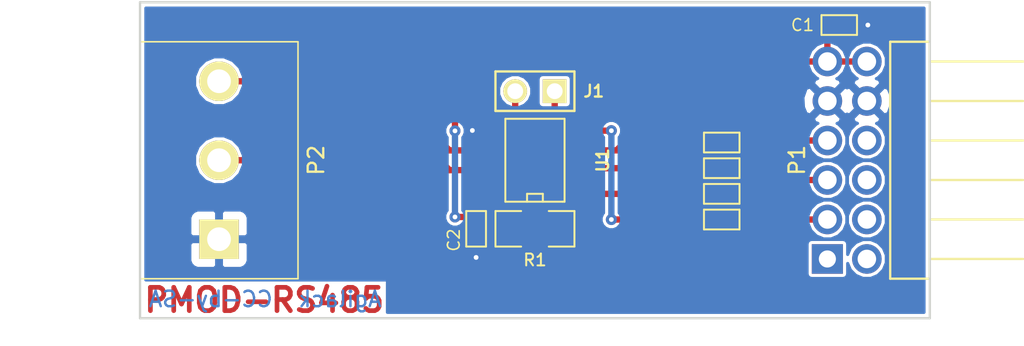
<source format=kicad_pcb>
(kicad_pcb (version 4) (host pcbnew 4.0.2+dfsg1-stable)

  (general
    (links 26)
    (no_connects 0)
    (area 113.729501 94.764999 180.164801 118.917701)
    (thickness 1.6)
    (drawings 9)
    (tracks 94)
    (zones 0)
    (modules 11)
    (nets 14)
  )

  (page A4)
  (title_block
    (company Agilack)
  )

  (layers
    (0 F.Cu signal)
    (31 B.Cu signal)
    (32 B.Adhes user)
    (33 F.Adhes user)
    (34 B.Paste user)
    (35 F.Paste user)
    (36 B.SilkS user)
    (37 F.SilkS user)
    (38 B.Mask user)
    (39 F.Mask user)
    (40 Dwgs.User user)
    (41 Cmts.User user)
    (42 Eco1.User user)
    (43 Eco2.User user)
    (44 Edge.Cuts user)
    (45 Margin user)
    (46 B.CrtYd user)
    (47 F.CrtYd user)
    (48 B.Fab user)
    (49 F.Fab user)
  )

  (setup
    (last_trace_width 0.25)
    (user_trace_width 0.2032)
    (user_trace_width 0.3048)
    (user_trace_width 0.4064)
    (trace_clearance 0.2)
    (zone_clearance 0.2)
    (zone_45_only no)
    (trace_min 0.2)
    (segment_width 0.2)
    (edge_width 0.15)
    (via_size 0.6)
    (via_drill 0.4)
    (via_min_size 0.4)
    (via_min_drill 0.3)
    (user_via 0.7112 0.3048)
    (uvia_size 0.3)
    (uvia_drill 0.1)
    (uvias_allowed no)
    (uvia_min_size 0.2)
    (uvia_min_drill 0.1)
    (pcb_text_width 0.3)
    (pcb_text_size 1.5 1.5)
    (mod_edge_width 0.15)
    (mod_text_size 1 1)
    (mod_text_width 0.15)
    (pad_size 1.9 1.9)
    (pad_drill 1.19)
    (pad_to_mask_clearance 0.2)
    (aux_axis_origin 0 0)
    (visible_elements FFFFFFFF)
    (pcbplotparams
      (layerselection 0x010ec_80000001)
      (usegerberextensions true)
      (excludeedgelayer true)
      (linewidth 0.100000)
      (plotframeref false)
      (viasonmask false)
      (mode 1)
      (useauxorigin false)
      (hpglpennumber 1)
      (hpglpenspeed 20)
      (hpglpendiameter 15)
      (hpglpenoverlay 2)
      (psnegative false)
      (psa4output false)
      (plotreference true)
      (plotvalue true)
      (plotinvisibletext false)
      (padsonsilk false)
      (subtractmaskfromsilk true)
      (outputformat 1)
      (mirror false)
      (drillshape 0)
      (scaleselection 1)
      (outputdirectory ../prod/))
  )

  (net 0 "")
  (net 1 GND)
  (net 2 "Net-(P1-Pad7)")
  (net 3 "Net-(P1-Pad8)")
  (net 4 "Net-(P1-Pad9)")
  (net 5 "Net-(P1-Pad10)")
  (net 6 +3.3V)
  (net 7 "Net-(J1-Pad1)")
  (net 8 /RS485_A)
  (net 9 /RS485_B)
  (net 10 PMOD_SS)
  (net 11 PMOD_TX)
  (net 12 PMOD_RX)
  (net 13 PMOD_CLK)

  (net_class Default "This is the default net class."
    (clearance 0.2)
    (trace_width 0.25)
    (via_dia 0.6)
    (via_drill 0.4)
    (uvia_dia 0.3)
    (uvia_drill 0.1)
    (add_net +3.3V)
    (add_net /RS485_A)
    (add_net /RS485_B)
    (add_net GND)
    (add_net "Net-(J1-Pad1)")
    (add_net "Net-(P1-Pad10)")
    (add_net "Net-(P1-Pad7)")
    (add_net "Net-(P1-Pad8)")
    (add_net "Net-(P1-Pad9)")
    (add_net PMOD_CLK)
    (add_net PMOD_RX)
    (add_net PMOD_SS)
    (add_net PMOD_TX)
  )

  (module cowstick:SMD0603 (layer F.Cu) (tedit 59520631) (tstamp 59504B68)
    (at 168.0718 96.3041)
    (path /5950EA69)
    (attr smd)
    (fp_text reference C1 (at -2.3622 0) (layer F.SilkS)
      (effects (font (size 0.762 0.762) (thickness 0.1016)))
    )
    (fp_text value 1uF (at 0 0) (layer F.SilkS) hide
      (effects (font (size 0.20066 0.20066) (thickness 0.0508)))
    )
    (fp_line (start -1.143 -0.635) (end 1.143 -0.635) (layer F.SilkS) (width 0.127))
    (fp_line (start 1.143 -0.635) (end 1.143 0.635) (layer F.SilkS) (width 0.127))
    (fp_line (start 1.143 0.635) (end -1.143 0.635) (layer F.SilkS) (width 0.127))
    (fp_line (start -1.143 0.635) (end -1.143 -0.635) (layer F.SilkS) (width 0.127))
    (pad 1 smd rect (at -0.762 0) (size 0.635 1.143) (layers F.Cu F.Paste F.Mask)
      (net 6 +3.3V))
    (pad 2 smd rect (at 0.762 0) (size 0.635 1.143) (layers F.Cu F.Paste F.Mask)
      (net 1 GND))
    (model smd/chip_cms.wrl
      (at (xyz 0 0 0))
      (scale (xyz 0.08 0.08 0.08))
      (rotate (xyz 0 0 0))
    )
  )

  (module pmod-rs232:CONN_PMOD-Male locked (layer F.Cu) (tedit 5950C8DB) (tstamp 594FB047)
    (at 169.8498 105 270)
    (path /5950D53A)
    (fp_text reference P1 (at 0 4.4958 270) (layer F.SilkS)
      (effects (font (size 1 1) (thickness 0.15)))
    )
    (fp_text value PMOD (at 0 -2.77 270) (layer F.Fab)
      (effects (font (size 1 1) (thickness 0.15)))
    )
    (fp_line (start 6.35 -10.04) (end 6.35 -4.04) (layer F.SilkS) (width 0.15))
    (fp_line (start 3.81 -10.04) (end 3.81 -4.04) (layer F.SilkS) (width 0.15))
    (fp_line (start 1.27 -10.04) (end 1.27 -4.04) (layer F.SilkS) (width 0.15))
    (fp_line (start -1.27 -10.04) (end -1.27 -4.04) (layer F.SilkS) (width 0.15))
    (fp_line (start -3.81 -10.04) (end -3.81 -4.04) (layer F.SilkS) (width 0.15))
    (fp_line (start -6.35 -10.04) (end -6.35 -4.04) (layer F.SilkS) (width 0.15))
    (fp_line (start -7.62 -1.5) (end 7.62 -1.5) (layer F.SilkS) (width 0.15))
    (fp_line (start 7.62 -1.5) (end 7.62 -4.04) (layer F.SilkS) (width 0.15))
    (fp_line (start 7.62 -4.04) (end -7.62 -4.04) (layer F.SilkS) (width 0.15))
    (fp_line (start -7.62 -1.5) (end -7.62 -4.04) (layer F.SilkS) (width 0.15))
    (pad 1 thru_hole rect (at 6.35 2.54 270) (size 1.9 2) (drill 1.1) (layers *.Cu *.Mask)
      (net 10 PMOD_SS))
    (pad 2 thru_hole circle (at 3.81 2.54 270) (size 1.9 1.9) (drill 1.19) (layers *.Cu *.Mask)
      (net 11 PMOD_TX))
    (pad 3 thru_hole circle (at 1.27 2.54 270) (size 1.9 1.9) (drill 1.19) (layers *.Cu *.Mask)
      (net 12 PMOD_RX))
    (pad 4 thru_hole circle (at -1.27 2.54 270) (size 1.9 1.9) (drill 1.19) (layers *.Cu *.Mask)
      (net 13 PMOD_CLK))
    (pad 5 thru_hole circle (at -3.81 2.54 270) (size 1.9 1.9) (drill 1.19) (layers *.Cu *.Mask)
      (net 1 GND))
    (pad 6 thru_hole circle (at -6.35 2.54 270) (size 1.9 1.9) (drill 1.19) (layers *.Cu *.Mask)
      (net 6 +3.3V))
    (pad 7 thru_hole circle (at 6.35 0 270) (size 1.9 1.9) (drill 1.19) (layers *.Cu *.Mask)
      (net 2 "Net-(P1-Pad7)"))
    (pad 8 thru_hole circle (at 3.81 0 270) (size 1.9 1.9) (drill 1.19) (layers *.Cu *.Mask)
      (net 3 "Net-(P1-Pad8)"))
    (pad 9 thru_hole circle (at 1.27 0 270) (size 1.9 1.9) (drill 1.19) (layers *.Cu *.Mask)
      (net 4 "Net-(P1-Pad9)"))
    (pad 10 thru_hole circle (at -1.27 0 270) (size 1.9 1.9) (drill 1.19) (layers *.Cu *.Mask)
      (net 5 "Net-(P1-Pad10)"))
    (pad 11 thru_hole circle (at -3.81 0 270) (size 1.9 1.9) (drill 1.19) (layers *.Cu *.Mask)
      (net 1 GND))
    (pad 12 thru_hole circle (at -6.35 0 270) (size 1.9 1.9) (drill 1.19) (layers *.Cu *.Mask)
      (net 6 +3.3V))
  )

  (module pmod-rs485:SMD0603 (layer F.Cu) (tedit 595205D8) (tstamp 59510ED3)
    (at 144.7165 109.4105 270)
    (path /5950F656)
    (attr smd)
    (fp_text reference C2 (at 0.7239 1.4351 270) (layer F.SilkS)
      (effects (font (size 0.762 0.762) (thickness 0.1016)))
    )
    (fp_text value 1uF (at 0 0 270) (layer F.SilkS) hide
      (effects (font (size 0.20066 0.20066) (thickness 0.0508)))
    )
    (fp_line (start -1.143 -0.635) (end 1.143 -0.635) (layer F.SilkS) (width 0.127))
    (fp_line (start 1.143 -0.635) (end 1.143 0.635) (layer F.SilkS) (width 0.127))
    (fp_line (start 1.143 0.635) (end -1.143 0.635) (layer F.SilkS) (width 0.127))
    (fp_line (start -1.143 0.635) (end -1.143 -0.635) (layer F.SilkS) (width 0.127))
    (pad 1 smd rect (at -0.762 0 270) (size 0.635 1.143) (layers F.Cu F.Paste F.Mask)
      (net 6 +3.3V))
    (pad 2 smd rect (at 0.762 0 270) (size 0.635 1.143) (layers F.Cu F.Paste F.Mask)
      (net 1 GND))
    (model smd/chip_cms.wrl
      (at (xyz 0 0 0))
      (scale (xyz 0.08 0.08 0.08))
      (rotate (xyz 0 0 0))
    )
  )

  (module pmod-rs485:CONN_2 (layer F.Cu) (tedit 5951025F) (tstamp 59510ED9)
    (at 148.5011 100.5586 180)
    (tags CONN)
    (path /5950E6B9)
    (fp_text reference J1 (at -3.7846 0 180) (layer F.SilkS)
      (effects (font (size 0.762 0.762) (thickness 0.1524)))
    )
    (fp_text value JUMPER (at 0 0 270) (layer F.SilkS) hide
      (effects (font (size 0.5 0.5) (thickness 0.1)))
    )
    (fp_line (start -2.54 1.27) (end -2.54 -1.27) (layer F.SilkS) (width 0.1524))
    (fp_line (start -2.54 -1.27) (end 2.54 -1.27) (layer F.SilkS) (width 0.1524))
    (fp_line (start 2.54 -1.27) (end 2.54 1.27) (layer F.SilkS) (width 0.1524))
    (fp_line (start 2.54 1.27) (end -2.54 1.27) (layer F.SilkS) (width 0.1524))
    (pad 1 thru_hole rect (at -1.27 0 180) (size 1.524 1.524) (drill 1.016) (layers *.Cu *.Mask F.SilkS)
      (net 7 "Net-(J1-Pad1)"))
    (pad 2 thru_hole circle (at 1.27 0 180) (size 1.524 1.524) (drill 1.016) (layers *.Cu *.Mask F.SilkS)
      (net 8 /RS485_A))
    (model pin_array/pins_array_2x1.wrl
      (at (xyz 0 0 0))
      (scale (xyz 1 1 1))
      (rotate (xyz 0 0 0))
    )
  )

  (module pmod-rs485:CONN_MC000035 locked (layer F.Cu) (tedit 595206D9) (tstamp 59510EE0)
    (at 128.1811 105 90)
    (tags CONN)
    (path /5950E269)
    (fp_text reference P2 (at 0 6.2484 90) (layer F.SilkS)
      (effects (font (size 1 1) (thickness 0.15)))
    )
    (fp_text value CONN_3 (at 0 -1.905 90) (layer F.SilkS) hide
      (effects (font (size 0.4064 0.4064) (thickness 0.1016)))
    )
    (fp_line (start -7.62 5.08) (end 7.62 5.08) (layer F.SilkS) (width 0.1016))
    (fp_line (start -7.62 -5.08) (end 7.62 -5.08) (layer F.SilkS) (width 0.1016))
    (fp_line (start -7.62 5.08) (end -7.62 -5.08) (layer F.SilkS) (width 0.1016))
    (fp_line (start 7.62 -5.08) (end 7.62 5.08) (layer F.SilkS) (width 0.1016))
    (pad 1 thru_hole rect (at -5.08 0 90) (size 2.54 2.54) (drill 1.524) (layers *.Cu *.Mask F.SilkS)
      (net 1 GND))
    (pad 3 thru_hole circle (at 5.08 0 90) (size 2.54 2.54) (drill 1.524) (layers *.Cu *.Mask F.SilkS)
      (net 8 /RS485_A))
    (pad 2 thru_hole circle (at 0 0 90) (size 2.54 2.54) (drill 1.524) (layers *.Cu *.Mask F.SilkS)
      (net 9 /RS485_B))
    (model res/mc000034.wrl
      (at (xyz 0 0 0))
      (scale (xyz 1 1 1))
      (rotate (xyz 0 0 0))
    )
  )

  (module pmod-rs485:SMD1206 (layer F.Cu) (tedit 595205E1) (tstamp 59510EE6)
    (at 148.5011 109.4105)
    (path /5950E6F4)
    (attr smd)
    (fp_text reference R1 (at 0 2.0066) (layer F.SilkS)
      (effects (font (size 0.762 0.762) (thickness 0.127)))
    )
    (fp_text value 120 (at 0 0) (layer F.SilkS) hide
      (effects (font (size 0.5 0.5) (thickness 0.125)))
    )
    (fp_line (start -2.54 -1.143) (end -2.54 1.143) (layer F.SilkS) (width 0.127))
    (fp_line (start -2.54 1.143) (end -0.889 1.143) (layer F.SilkS) (width 0.127))
    (fp_line (start 0.889 -1.143) (end 2.54 -1.143) (layer F.SilkS) (width 0.127))
    (fp_line (start 2.54 -1.143) (end 2.54 1.143) (layer F.SilkS) (width 0.127))
    (fp_line (start 2.54 1.143) (end 0.889 1.143) (layer F.SilkS) (width 0.127))
    (fp_line (start -0.889 -1.143) (end -2.54 -1.143) (layer F.SilkS) (width 0.127))
    (pad 1 smd rect (at -1.651 0) (size 1.524 2.032) (layers F.Cu F.Paste F.Mask)
      (net 9 /RS485_B))
    (pad 2 smd rect (at 1.651 0) (size 1.524 2.032) (layers F.Cu F.Paste F.Mask)
      (net 7 "Net-(J1-Pad1)"))
    (model smd/chip_cms.wrl
      (at (xyz 0 0 0))
      (scale (xyz 0.17 0.16 0.16))
      (rotate (xyz 0 0 0))
    )
  )

  (module pmod-rs485:SMD_SO8E (layer F.Cu) (tedit 595205C7) (tstamp 59510EF2)
    (at 148.5011 105 90)
    (tags "SMD SOIC")
    (path /5950E376)
    (attr smd)
    (fp_text reference U1 (at 0 4.3561 90) (layer F.SilkS)
      (effects (font (size 0.762 0.762) (thickness 0.1524)))
    )
    (fp_text value SN65HVD72 (at 0 0 180) (layer F.SilkS) hide
      (effects (font (size 0.4 0.4) (thickness 0.1)))
    )
    (fp_line (start -2.667 1.778) (end -2.667 1.905) (layer F.SilkS) (width 0.127))
    (fp_line (start -2.667 1.905) (end 2.667 1.905) (layer F.SilkS) (width 0.127))
    (fp_line (start 2.667 -1.905) (end -2.667 -1.905) (layer F.SilkS) (width 0.127))
    (fp_line (start -2.667 -1.905) (end -2.667 1.778) (layer F.SilkS) (width 0.127))
    (fp_line (start -2.667 -0.508) (end -2.159 -0.508) (layer F.SilkS) (width 0.127))
    (fp_line (start -2.159 -0.508) (end -2.159 0.508) (layer F.SilkS) (width 0.127))
    (fp_line (start -2.159 0.508) (end -2.667 0.508) (layer F.SilkS) (width 0.127))
    (fp_line (start 2.667 -1.905) (end 2.667 1.905) (layer F.SilkS) (width 0.127))
    (pad 8 smd rect (at -1.905 -2.667 90) (size 0.508 1.143) (layers F.Cu F.Paste F.Mask)
      (net 6 +3.3V))
    (pad 1 smd rect (at -1.905 2.667 90) (size 0.508 1.143) (layers F.Cu F.Paste F.Mask)
      (net 12 PMOD_RX))
    (pad 7 smd rect (at -0.635 -2.667 90) (size 0.508 1.143) (layers F.Cu F.Paste F.Mask)
      (net 9 /RS485_B))
    (pad 6 smd rect (at 0.635 -2.667 90) (size 0.508 1.143) (layers F.Cu F.Paste F.Mask)
      (net 8 /RS485_A))
    (pad 5 smd rect (at 1.905 -2.667 90) (size 0.508 1.143) (layers F.Cu F.Paste F.Mask)
      (net 1 GND))
    (pad 2 smd rect (at -0.635 2.667 90) (size 0.508 1.143) (layers F.Cu F.Paste F.Mask)
      (net 13 PMOD_CLK))
    (pad 3 smd rect (at 0.635 2.667 90) (size 0.508 1.143) (layers F.Cu F.Paste F.Mask)
      (net 13 PMOD_CLK))
    (pad 4 smd rect (at 1.905 2.667 90) (size 0.508 1.143) (layers F.Cu F.Paste F.Mask)
      (net 11 PMOD_TX))
    (model smd/cms_so8.wrl
      (at (xyz 0 0 0))
      (scale (xyz 0.5 0.32 0.5))
      (rotate (xyz 0 0 0))
    )
  )

  (module pmod-rs485:SMD0603 (layer F.Cu) (tedit 5952064E) (tstamp 59511777)
    (at 160.5153 108.8136 180)
    (path /595135B2)
    (attr smd)
    (fp_text reference R2 (at -1.8 0 180) (layer F.SilkS) hide
      (effects (font (size 0.5 0.5) (thickness 0.1016)))
    )
    (fp_text value 0 (at 0 0 180) (layer F.SilkS) hide
      (effects (font (size 0.20066 0.20066) (thickness 0.0508)))
    )
    (fp_line (start -1.143 -0.635) (end 1.143 -0.635) (layer F.SilkS) (width 0.127))
    (fp_line (start 1.143 -0.635) (end 1.143 0.635) (layer F.SilkS) (width 0.127))
    (fp_line (start 1.143 0.635) (end -1.143 0.635) (layer F.SilkS) (width 0.127))
    (fp_line (start -1.143 0.635) (end -1.143 -0.635) (layer F.SilkS) (width 0.127))
    (pad 1 smd rect (at -0.762 0 180) (size 0.635 1.143) (layers F.Cu F.Paste F.Mask)
      (net 11 PMOD_TX))
    (pad 2 smd rect (at 0.762 0 180) (size 0.635 1.143) (layers F.Cu F.Paste F.Mask)
      (net 11 PMOD_TX))
    (model smd/chip_cms.wrl
      (at (xyz 0 0 0))
      (scale (xyz 0.08 0.08 0.08))
      (rotate (xyz 0 0 0))
    )
  )

  (module pmod-rs485:SMD0603 (layer F.Cu) (tedit 59520664) (tstamp 59511783)
    (at 160.5153 105.5116 180)
    (path /59513ADC)
    (attr smd)
    (fp_text reference R4 (at -1.8 0 180) (layer F.SilkS) hide
      (effects (font (size 0.5 0.5) (thickness 0.1016)))
    )
    (fp_text value 0 (at 0 0 180) (layer F.SilkS) hide
      (effects (font (size 0.20066 0.20066) (thickness 0.0508)))
    )
    (fp_line (start -1.143 -0.635) (end 1.143 -0.635) (layer F.SilkS) (width 0.127))
    (fp_line (start 1.143 -0.635) (end 1.143 0.635) (layer F.SilkS) (width 0.127))
    (fp_line (start 1.143 0.635) (end -1.143 0.635) (layer F.SilkS) (width 0.127))
    (fp_line (start -1.143 0.635) (end -1.143 -0.635) (layer F.SilkS) (width 0.127))
    (pad 1 smd rect (at -0.762 0 180) (size 0.635 1.143) (layers F.Cu F.Paste F.Mask)
      (net 13 PMOD_CLK))
    (pad 2 smd rect (at 0.762 0 180) (size 0.635 1.143) (layers F.Cu F.Paste F.Mask)
      (net 13 PMOD_CLK))
    (model smd/chip_cms.wrl
      (at (xyz 0 0 0))
      (scale (xyz 0.08 0.08 0.08))
      (rotate (xyz 0 0 0))
    )
  )

  (module pmod-rs485:SMD0603 (layer F.Cu) (tedit 59520683) (tstamp 5951195A)
    (at 160.5153 103.8606 180)
    (path /595175FC)
    (attr smd)
    (fp_text reference R5 (at -1.8 0 180) (layer F.SilkS) hide
      (effects (font (size 0.5 0.5) (thickness 0.1016)))
    )
    (fp_text value 0 (at 0 0 180) (layer F.SilkS) hide
      (effects (font (size 0.20066 0.20066) (thickness 0.0508)))
    )
    (fp_line (start -1.143 -0.635) (end 1.143 -0.635) (layer F.SilkS) (width 0.127))
    (fp_line (start 1.143 -0.635) (end 1.143 0.635) (layer F.SilkS) (width 0.127))
    (fp_line (start 1.143 0.635) (end -1.143 0.635) (layer F.SilkS) (width 0.127))
    (fp_line (start -1.143 0.635) (end -1.143 -0.635) (layer F.SilkS) (width 0.127))
    (pad 1 smd rect (at -0.762 0 180) (size 0.635 1.143) (layers F.Cu F.Paste F.Mask)
      (net 13 PMOD_CLK))
    (pad 2 smd rect (at 0.762 0 180) (size 0.635 1.143) (layers F.Cu F.Paste F.Mask)
      (net 13 PMOD_CLK))
    (model smd/chip_cms.wrl
      (at (xyz 0 0 0))
      (scale (xyz 0.08 0.08 0.08))
      (rotate (xyz 0 0 0))
    )
  )

  (module pmod-rs485:SMD0603 (layer F.Cu) (tedit 59520673) (tstamp 5952039C)
    (at 160.5153 107.1626)
    (path /59513A8D)
    (attr smd)
    (fp_text reference R3 (at 1.8 0) (layer F.SilkS) hide
      (effects (font (size 0.5 0.5) (thickness 0.1016)))
    )
    (fp_text value 0 (at 0 0) (layer F.SilkS) hide
      (effects (font (size 0.20066 0.20066) (thickness 0.0508)))
    )
    (fp_line (start -1.143 -0.635) (end 1.143 -0.635) (layer F.SilkS) (width 0.127))
    (fp_line (start 1.143 -0.635) (end 1.143 0.635) (layer F.SilkS) (width 0.127))
    (fp_line (start 1.143 0.635) (end -1.143 0.635) (layer F.SilkS) (width 0.127))
    (fp_line (start -1.143 0.635) (end -1.143 -0.635) (layer F.SilkS) (width 0.127))
    (pad 1 smd rect (at -0.762 0) (size 0.635 1.143) (layers F.Cu F.Paste F.Mask)
      (net 12 PMOD_RX))
    (pad 2 smd rect (at 0.762 0) (size 0.635 1.143) (layers F.Cu F.Paste F.Mask)
      (net 12 PMOD_RX))
    (model smd/chip_cms.wrl
      (at (xyz 0 0 0))
      (scale (xyz 0.08 0.08 0.08))
      (rotate (xyz 0 0 0))
    )
  )

  (dimension 20.32 (width 0.3) (layer Cmts.User)
    (gr_text "20,320 mm" (at 120.3795 105.0036 90) (layer Cmts.User)
      (effects (font (size 1.5 1.5) (thickness 0.3)))
    )
    (feature1 (pts (xy 123.1011 94.8436) (xy 119.0295 94.8436)))
    (feature2 (pts (xy 123.1011 115.1636) (xy 119.0295 115.1636)))
    (crossbar (pts (xy 121.7295 115.1636) (xy 121.7295 94.8436)))
    (arrow1a (pts (xy 121.7295 94.8436) (xy 122.315921 95.970104)))
    (arrow1b (pts (xy 121.7295 94.8436) (xy 121.143079 95.970104)))
    (arrow2a (pts (xy 121.7295 115.1636) (xy 122.315921 114.037096)))
    (arrow2b (pts (xy 121.7295 115.1636) (xy 121.143079 114.037096)))
  )
  (dimension 50.8 (width 0.3) (layer Cmts.User)
    (gr_text "50,800 mm" (at 148.5011 117.5677) (layer Cmts.User)
      (effects (font (size 1.5 1.5) (thickness 0.3)))
    )
    (feature1 (pts (xy 173.9011 115.1636) (xy 173.9011 118.9177)))
    (feature2 (pts (xy 123.1011 115.1636) (xy 123.1011 118.9177)))
    (crossbar (pts (xy 123.1011 116.2177) (xy 173.9011 116.2177)))
    (arrow1a (pts (xy 173.9011 116.2177) (xy 172.774596 116.804121)))
    (arrow1b (pts (xy 173.9011 116.2177) (xy 172.774596 115.631279)))
    (arrow2a (pts (xy 123.1011 116.2177) (xy 124.227604 116.804121)))
    (arrow2b (pts (xy 123.1011 116.2177) (xy 124.227604 115.631279)))
  )
  (gr_text CC-by-SA (at 127.6477 113.9317) (layer B.Cu)
    (effects (font (size 1 1) (thickness 0.1524)) (justify mirror))
  )
  (gr_text Agilack (at 135.9662 113.9317) (layer B.Cu)
    (effects (font (size 1 1) (thickness 0.1524)) (justify mirror))
  )
  (gr_text PMOD-RS485 (at 131.0894 113.9952) (layer F.Cu)
    (effects (font (size 1.5 1.5) (thickness 0.3)))
  )
  (gr_line (start 123.1 115.16) (end 123.1 94.84) (angle 90) (layer Edge.Cuts) (width 0.15))
  (gr_line (start 173.9 115.16) (end 123.1 115.16) (angle 90) (layer Edge.Cuts) (width 0.15))
  (gr_line (start 173.9 94.84) (end 173.9 115.16) (angle 90) (layer Edge.Cuts) (width 0.15))
  (gr_line (start 123.1 94.84) (end 173.9 94.84) (angle 90) (layer Edge.Cuts) (width 0.15))

  (segment (start 144.4752 103.0859) (end 144.4752 99.7077) (width 0.4064) (layer B.Cu) (net 1))
  (segment (start 164.9385 98.8187) (end 167.3098 101.19) (width 0.4064) (layer B.Cu) (net 1) (tstamp 59520280))
  (segment (start 145.3642 98.8187) (end 164.9385 98.8187) (width 0.4064) (layer B.Cu) (net 1) (tstamp 5952027D))
  (segment (start 144.4752 99.7077) (end 145.3642 98.8187) (width 0.4064) (layer B.Cu) (net 1) (tstamp 5952027C))
  (segment (start 128.1811 110.08) (end 142.3253 110.08) (width 0.4064) (layer F.Cu) (net 1))
  (segment (start 143.4973 111.252) (end 144.7165 111.252) (width 0.4064) (layer F.Cu) (net 1) (tstamp 5952025D))
  (segment (start 142.3253 110.08) (end 143.4973 111.252) (width 0.4064) (layer F.Cu) (net 1) (tstamp 59520251))
  (segment (start 169.9133 96.3041) (end 171.1198 96.3041) (width 0.4064) (layer B.Cu) (net 1))
  (via (at 169.9133 96.3041) (size 0.7112) (drill 0.3048) (layers F.Cu B.Cu) (net 1))
  (segment (start 168.8338 96.3041) (end 169.9133 96.3041) (width 0.4064) (layer F.Cu) (net 1))
  (segment (start 171.9326 99.1072) (end 169.8498 101.19) (width 0.4064) (layer B.Cu) (net 1) (tstamp 5951155B))
  (segment (start 171.9326 97.1169) (end 171.9326 99.1072) (width 0.4064) (layer B.Cu) (net 1) (tstamp 5951155A))
  (segment (start 171.1198 96.3041) (end 171.9326 97.1169) (width 0.4064) (layer B.Cu) (net 1) (tstamp 59511559))
  (segment (start 144.7165 110.1725) (end 144.7165 111.252) (width 0.4064) (layer F.Cu) (net 1))
  (segment (start 144.4752 103.0859) (end 144.9197 103.0859) (width 0.4064) (layer F.Cu) (net 1))
  (via (at 144.4752 103.0859) (size 0.7112) (drill 0.3048) (layers F.Cu B.Cu) (net 1))
  (segment (start 144.9288 103.095) (end 145.8341 103.095) (width 0.4064) (layer F.Cu) (net 1) (tstamp 59511002))
  (segment (start 144.9197 103.0859) (end 144.9288 103.095) (width 0.4064) (layer F.Cu) (net 1) (tstamp 59511001))
  (segment (start 167.3098 101.19) (end 167.3007 101.19) (width 0.4064) (layer B.Cu) (net 1))
  (segment (start 167.3098 101.19) (end 167.3134 101.19) (width 0.4064) (layer B.Cu) (net 1))
  (segment (start 167.3134 101.19) (end 168.5798 99.9236) (width 0.4064) (layer B.Cu) (net 1) (tstamp 5950CBFA))
  (segment (start 169.8462 101.19) (end 168.5798 99.9236) (width 0.4064) (layer B.Cu) (net 1) (tstamp 5950CBE5))
  (segment (start 169.8498 101.19) (end 169.8462 101.19) (width 0.4064) (layer B.Cu) (net 1))
  (segment (start 167.3098 101.19) (end 167.3062 101.1936) (width 0.4064) (layer B.Cu) (net 1))
  (segment (start 144.4752 107.0356) (end 144.7165 107.2769) (width 0.4064) (layer B.Cu) (net 1) (tstamp 59511005))
  (via (at 144.7165 111.252) (size 0.7112) (drill 0.3048) (layers F.Cu B.Cu) (net 1))
  (segment (start 144.4752 103.0859) (end 144.4752 107.0356) (width 0.4064) (layer B.Cu) (net 1))
  (segment (start 144.7165 107.2769) (end 144.7165 111.252) (width 0.4064) (layer B.Cu) (net 1) (tstamp 59511006))
  (segment (start 144.7165 108.6485) (end 143.3576 108.6485) (width 0.4064) (layer F.Cu) (net 6))
  (via (at 143.3576 108.6485) (size 0.7112) (drill 0.3048) (layers F.Cu B.Cu) (net 6))
  (via (at 143.3576 103.1113) (size 0.7112) (drill 0.3048) (layers F.Cu B.Cu) (net 6))
  (segment (start 144.8852 98.65) (end 143.3576 100.1776) (width 0.4064) (layer F.Cu) (net 6) (tstamp 5952028B))
  (segment (start 143.3576 103.1113) (end 143.3576 100.1776) (width 0.4064) (layer F.Cu) (net 6) (tstamp 59520294))
  (segment (start 144.8852 98.65) (end 167.3098 98.65) (width 0.4064) (layer F.Cu) (net 6))
  (segment (start 143.3576 108.6485) (end 143.3576 103.1113) (width 0.4064) (layer B.Cu) (net 6))
  (segment (start 167.3098 98.65) (end 167.3098 96.3041) (width 0.4064) (layer F.Cu) (net 6))
  (segment (start 144.7165 108.6485) (end 144.7165 107.2134) (width 0.4064) (layer F.Cu) (net 6))
  (segment (start 144.7165 107.2134) (end 145.0249 106.905) (width 0.4064) (layer F.Cu) (net 6) (tstamp 59511355))
  (segment (start 145.0249 106.905) (end 145.8341 106.905) (width 0.4064) (layer F.Cu) (net 6) (tstamp 59511356))
  (segment (start 169.8498 98.65) (end 167.3098 98.65) (width 0.4064) (layer F.Cu) (net 6))
  (segment (start 149.7711 100.5586) (end 149.7711 101.7397) (width 0.4064) (layer F.Cu) (net 7))
  (segment (start 150.1521 107.9881) (end 150.1521 109.4105) (width 0.4064) (layer F.Cu) (net 7) (tstamp 59511017))
  (segment (start 148.5011 106.3371) (end 150.1521 107.9881) (width 0.4064) (layer F.Cu) (net 7) (tstamp 59511015))
  (segment (start 148.5011 103.0097) (end 148.5011 106.3371) (width 0.4064) (layer F.Cu) (net 7) (tstamp 59511014))
  (segment (start 149.7711 101.7397) (end 148.5011 103.0097) (width 0.4064) (layer F.Cu) (net 7) (tstamp 59511013))
  (segment (start 149.7711 109.0295) (end 150.1521 109.4105) (width 0.4064) (layer F.Cu) (net 7) (tstamp 5951100F))
  (segment (start 132.8003 101.825) (end 140.4584 101.825) (width 0.4064) (layer F.Cu) (net 8))
  (segment (start 128.1811 99.92) (end 130.8953 99.92) (width 0.4064) (layer F.Cu) (net 8) (tstamp 59510FD6))
  (segment (start 132.8003 101.825) (end 130.8953 99.92) (width 0.4064) (layer F.Cu) (net 8) (tstamp 59510FD5))
  (segment (start 142.9984 104.365) (end 145.8341 104.365) (width 0.4064) (layer F.Cu) (net 8))
  (segment (start 140.4584 101.825) (end 142.9984 104.365) (width 0.4064) (layer F.Cu) (net 8) (tstamp 59520236))
  (segment (start 145.8341 104.365) (end 146.8664 104.365) (width 0.4064) (layer F.Cu) (net 8))
  (segment (start 147.2311 104.0003) (end 147.2311 100.5586) (width 0.4064) (layer F.Cu) (net 8) (tstamp 59510FE3))
  (segment (start 146.8664 104.365) (end 147.2311 104.0003) (width 0.4064) (layer F.Cu) (net 8) (tstamp 59510FE2))
  (segment (start 132.8075 103.095) (end 140.4656 103.095) (width 0.4064) (layer F.Cu) (net 9))
  (segment (start 132.8075 103.095) (end 130.9025 105) (width 0.4064) (layer F.Cu) (net 9) (tstamp 59510FDA))
  (segment (start 128.1811 105) (end 130.9025 105) (width 0.4064) (layer F.Cu) (net 9) (tstamp 59510FDB))
  (segment (start 143.0056 105.635) (end 145.8341 105.635) (width 0.4064) (layer F.Cu) (net 9))
  (segment (start 140.4656 103.095) (end 143.0056 105.635) (width 0.4064) (layer F.Cu) (net 9) (tstamp 5952023E))
  (segment (start 145.8341 105.635) (end 146.8719 105.635) (width 0.4064) (layer F.Cu) (net 9))
  (segment (start 147.2311 105.9942) (end 147.2311 109.0295) (width 0.4064) (layer F.Cu) (net 9) (tstamp 59510FE9))
  (segment (start 146.8719 105.635) (end 147.2311 105.9942) (width 0.4064) (layer F.Cu) (net 9) (tstamp 59510FE8))
  (segment (start 147.2311 109.0295) (end 146.8501 109.4105) (width 0.4064) (layer F.Cu) (net 9) (tstamp 59510FEA))
  (segment (start 159.7533 108.8136) (end 161.2773 108.8136) (width 0.2032) (layer F.Cu) (net 11))
  (segment (start 151.1717 103.0986) (end 153.416 103.0986) (width 0.4064) (layer F.Cu) (net 11))
  (via (at 153.416 103.0986) (size 0.7112) (drill 0.3048) (layers F.Cu B.Cu) (net 11))
  (segment (start 153.416 108.8136) (end 159.7533 108.8136) (width 0.4064) (layer F.Cu) (net 11))
  (via (at 153.416 108.8136) (size 0.7112) (drill 0.3048) (layers F.Cu B.Cu) (net 11))
  (segment (start 153.416 103.0986) (end 153.416 108.8136) (width 0.4064) (layer B.Cu) (net 11))
  (segment (start 151.1717 103.0986) (end 151.1681 103.095) (width 0.4064) (layer F.Cu) (net 11) (tstamp 595203B2))
  (segment (start 161.2773 108.8136) (end 167.3062 108.8136) (width 0.4064) (layer F.Cu) (net 11))
  (segment (start 167.3062 108.8136) (end 167.3098 108.81) (width 0.4064) (layer F.Cu) (net 11) (tstamp 595203A7))
  (segment (start 159.7533 107.1626) (end 161.2773 107.1626) (width 0.2032) (layer F.Cu) (net 12))
  (segment (start 161.2773 107.1626) (end 164.6936 107.1626) (width 0.4064) (layer F.Cu) (net 12))
  (segment (start 164.6936 107.1626) (end 165.5862 106.27) (width 0.4064) (layer F.Cu) (net 12) (tstamp 59520412))
  (segment (start 165.5862 106.27) (end 167.3098 106.27) (width 0.4064) (layer F.Cu) (net 12) (tstamp 59520413))
  (segment (start 159.7533 107.1626) (end 152.8318 107.1626) (width 0.4064) (layer F.Cu) (net 12))
  (segment (start 152.5742 106.905) (end 151.1681 106.905) (width 0.4064) (layer F.Cu) (net 12) (tstamp 5952040C))
  (segment (start 152.8318 107.1626) (end 152.5742 106.905) (width 0.4064) (layer F.Cu) (net 12) (tstamp 5952040A))
  (segment (start 159.7533 103.8606) (end 161.2773 103.8606) (width 0.3048) (layer F.Cu) (net 13))
  (segment (start 161.2773 105.5116) (end 159.7533 105.5116) (width 0.3048) (layer F.Cu) (net 13))
  (segment (start 162.8267 104.6861) (end 164.9349 104.6861) (width 0.4064) (layer F.Cu) (net 13))
  (segment (start 165.891 103.73) (end 167.3098 103.73) (width 0.4064) (layer F.Cu) (net 13) (tstamp 59520488))
  (segment (start 164.9349 104.6861) (end 165.891 103.73) (width 0.4064) (layer F.Cu) (net 13) (tstamp 59520486))
  (segment (start 161.2773 103.8606) (end 162.0012 103.8606) (width 0.4064) (layer F.Cu) (net 13))
  (segment (start 162.0012 103.8606) (end 162.8267 104.6861) (width 0.4064) (layer F.Cu) (net 13) (tstamp 59520481))
  (segment (start 162.0012 105.5116) (end 162.8267 104.6861) (width 0.4064) (layer F.Cu) (net 13) (tstamp 59520465))
  (segment (start 162.0012 105.5116) (end 161.2773 105.5116) (width 0.4064) (layer F.Cu) (net 13))
  (segment (start 159.7533 103.8606) (end 154.2542 103.8606) (width 0.4064) (layer F.Cu) (net 13))
  (segment (start 153.7498 104.365) (end 151.1681 104.365) (width 0.4064) (layer F.Cu) (net 13) (tstamp 59520495))
  (segment (start 154.2542 103.8606) (end 153.7498 104.365) (width 0.4064) (layer F.Cu) (net 13) (tstamp 59520493))
  (segment (start 159.7533 105.5116) (end 152.7937 105.5116) (width 0.4064) (layer F.Cu) (net 13))
  (segment (start 152.7937 105.5116) (end 152.6703 105.635) (width 0.4064) (layer F.Cu) (net 13) (tstamp 5952048D))
  (segment (start 152.6703 105.635) (end 151.1681 105.635) (width 0.4064) (layer F.Cu) (net 13) (tstamp 5952048F))

  (zone (net 1) (net_name GND) (layer B.Cu) (tstamp 5950CB66) (hatch edge 0.508)
    (connect_pads (clearance 0.2))
    (min_thickness 0.2)
    (fill yes (arc_segments 16) (thermal_gap 0.508) (thermal_bridge_width 0.508))
    (polygon
      (pts
        (xy 173.9011 115.1763) (xy 138.9126 115.1763) (xy 138.9126 112.8014) (xy 123.1011 112.8014) (xy 123.1011 94.8436)
        (xy 173.9011 94.8436) (xy 173.9011 115.1763)
      )
    )
    (filled_polygon
      (pts
        (xy 173.525 114.785) (xy 139.0126 114.785) (xy 139.0126 112.8014) (xy 139.009067 112.783954) (xy 139.009067 112.7031)
        (xy 138.921635 112.7031) (xy 138.9126 112.7014) (xy 123.475 112.7014) (xy 123.475 110.386) (xy 126.3031 110.386)
        (xy 126.3031 111.470939) (xy 126.395663 111.694405) (xy 126.566696 111.865438) (xy 126.790162 111.958) (xy 127.8751 111.958)
        (xy 128.0271 111.806) (xy 128.0271 110.234) (xy 128.3351 110.234) (xy 128.3351 111.806) (xy 128.4871 111.958)
        (xy 129.572038 111.958) (xy 129.795504 111.865438) (xy 129.966537 111.694405) (xy 130.0591 111.470939) (xy 130.0591 110.4)
        (xy 166.003923 110.4) (xy 166.003923 112.3) (xy 166.024842 112.411173) (xy 166.090545 112.513279) (xy 166.190797 112.581778)
        (xy 166.3098 112.605877) (xy 168.3098 112.605877) (xy 168.420973 112.584958) (xy 168.523079 112.519255) (xy 168.591578 112.419003)
        (xy 168.615677 112.3) (xy 168.615677 111.6365) (xy 168.789484 112.057143) (xy 169.140807 112.409081) (xy 169.600069 112.599783)
        (xy 170.09735 112.600217) (xy 170.556943 112.410316) (xy 170.908881 112.058993) (xy 171.099583 111.599731) (xy 171.100017 111.10245)
        (xy 170.910116 110.642857) (xy 170.558793 110.290919) (xy 170.099531 110.100217) (xy 169.60225 110.099783) (xy 169.142657 110.289684)
        (xy 168.790719 110.641007) (xy 168.615677 111.062555) (xy 168.615677 110.4) (xy 168.594758 110.288827) (xy 168.529055 110.186721)
        (xy 168.428803 110.118222) (xy 168.3098 110.094123) (xy 166.3098 110.094123) (xy 166.198627 110.115042) (xy 166.096521 110.180745)
        (xy 166.028022 110.280997) (xy 166.003923 110.4) (xy 130.0591 110.4) (xy 130.0591 110.386) (xy 129.9071 110.234)
        (xy 128.3351 110.234) (xy 128.0271 110.234) (xy 126.4551 110.234) (xy 126.3031 110.386) (xy 123.475 110.386)
        (xy 123.475 108.689061) (xy 126.3031 108.689061) (xy 126.3031 109.774) (xy 126.4551 109.926) (xy 128.0271 109.926)
        (xy 128.0271 108.354) (xy 128.3351 108.354) (xy 128.3351 109.926) (xy 129.9071 109.926) (xy 130.0591 109.774)
        (xy 130.0591 108.689061) (xy 129.966537 108.465595) (xy 129.795504 108.294562) (xy 129.572038 108.202) (xy 128.4871 108.202)
        (xy 128.3351 108.354) (xy 128.0271 108.354) (xy 127.8751 108.202) (xy 126.790162 108.202) (xy 126.566696 108.294562)
        (xy 126.395663 108.465595) (xy 126.3031 108.689061) (xy 123.475 108.689061) (xy 123.475 105.310922) (xy 126.610828 105.310922)
        (xy 126.849343 105.888172) (xy 127.290605 106.330205) (xy 127.867438 106.569727) (xy 128.492022 106.570272) (xy 129.069272 106.331757)
        (xy 129.511305 105.890495) (xy 129.750827 105.313662) (xy 129.751372 104.689078) (xy 129.512857 104.111828) (xy 129.071595 103.669795)
        (xy 128.494762 103.430273) (xy 127.870178 103.429728) (xy 127.292928 103.668243) (xy 126.850895 104.109505) (xy 126.611373 104.686338)
        (xy 126.610828 105.310922) (xy 123.475 105.310922) (xy 123.475 103.241135) (xy 142.701886 103.241135) (xy 142.801485 103.482182)
        (xy 142.8544 103.535189) (xy 142.8544 108.224472) (xy 142.802133 108.276648) (xy 142.702114 108.517521) (xy 142.701886 108.778335)
        (xy 142.801485 109.019382) (xy 142.985748 109.203967) (xy 143.226621 109.303986) (xy 143.487435 109.304214) (xy 143.728482 109.204615)
        (xy 143.913067 109.020352) (xy 144.013086 108.779479) (xy 144.013314 108.518665) (xy 143.913715 108.277618) (xy 143.8608 108.224611)
        (xy 143.8608 103.535328) (xy 143.913067 103.483152) (xy 144.013086 103.242279) (xy 144.013098 103.228435) (xy 152.760286 103.228435)
        (xy 152.859885 103.469482) (xy 152.9128 103.522489) (xy 152.9128 108.389572) (xy 152.860533 108.441748) (xy 152.760514 108.682621)
        (xy 152.760286 108.943435) (xy 152.859885 109.184482) (xy 153.044148 109.369067) (xy 153.285021 109.469086) (xy 153.545835 109.469314)
        (xy 153.786882 109.369715) (xy 153.971467 109.185452) (xy 154.024576 109.05755) (xy 166.059583 109.05755) (xy 166.249484 109.517143)
        (xy 166.600807 109.869081) (xy 167.060069 110.059783) (xy 167.55735 110.060217) (xy 168.016943 109.870316) (xy 168.368881 109.518993)
        (xy 168.559583 109.059731) (xy 168.559584 109.05755) (xy 168.599583 109.05755) (xy 168.789484 109.517143) (xy 169.140807 109.869081)
        (xy 169.600069 110.059783) (xy 170.09735 110.060217) (xy 170.556943 109.870316) (xy 170.908881 109.518993) (xy 171.099583 109.059731)
        (xy 171.100017 108.56245) (xy 170.910116 108.102857) (xy 170.558793 107.750919) (xy 170.099531 107.560217) (xy 169.60225 107.559783)
        (xy 169.142657 107.749684) (xy 168.790719 108.101007) (xy 168.600017 108.560269) (xy 168.599583 109.05755) (xy 168.559584 109.05755)
        (xy 168.560017 108.56245) (xy 168.370116 108.102857) (xy 168.018793 107.750919) (xy 167.559531 107.560217) (xy 167.06225 107.559783)
        (xy 166.602657 107.749684) (xy 166.250719 108.101007) (xy 166.060017 108.560269) (xy 166.059583 109.05755) (xy 154.024576 109.05755)
        (xy 154.071486 108.944579) (xy 154.071714 108.683765) (xy 153.972115 108.442718) (xy 153.9192 108.389711) (xy 153.9192 106.51755)
        (xy 166.059583 106.51755) (xy 166.249484 106.977143) (xy 166.600807 107.329081) (xy 167.060069 107.519783) (xy 167.55735 107.520217)
        (xy 168.016943 107.330316) (xy 168.368881 106.978993) (xy 168.559583 106.519731) (xy 168.559584 106.51755) (xy 168.599583 106.51755)
        (xy 168.789484 106.977143) (xy 169.140807 107.329081) (xy 169.600069 107.519783) (xy 170.09735 107.520217) (xy 170.556943 107.330316)
        (xy 170.908881 106.978993) (xy 171.099583 106.519731) (xy 171.100017 106.02245) (xy 170.910116 105.562857) (xy 170.558793 105.210919)
        (xy 170.099531 105.020217) (xy 169.60225 105.019783) (xy 169.142657 105.209684) (xy 168.790719 105.561007) (xy 168.600017 106.020269)
        (xy 168.599583 106.51755) (xy 168.559584 106.51755) (xy 168.560017 106.02245) (xy 168.370116 105.562857) (xy 168.018793 105.210919)
        (xy 167.559531 105.020217) (xy 167.06225 105.019783) (xy 166.602657 105.209684) (xy 166.250719 105.561007) (xy 166.060017 106.020269)
        (xy 166.059583 106.51755) (xy 153.9192 106.51755) (xy 153.9192 103.97755) (xy 166.059583 103.97755) (xy 166.249484 104.437143)
        (xy 166.600807 104.789081) (xy 167.060069 104.979783) (xy 167.55735 104.980217) (xy 168.016943 104.790316) (xy 168.368881 104.438993)
        (xy 168.559583 103.979731) (xy 168.559584 103.97755) (xy 168.599583 103.97755) (xy 168.789484 104.437143) (xy 169.140807 104.789081)
        (xy 169.600069 104.979783) (xy 170.09735 104.980217) (xy 170.556943 104.790316) (xy 170.908881 104.438993) (xy 171.099583 103.979731)
        (xy 171.100017 103.48245) (xy 170.910116 103.022857) (xy 170.558793 102.670919) (xy 170.472401 102.635046) (xy 170.654524 102.559608)
        (xy 170.750827 102.308815) (xy 169.8498 101.407789) (xy 168.948773 102.308815) (xy 169.045076 102.559608) (xy 169.242661 102.628363)
        (xy 169.142657 102.669684) (xy 168.790719 103.021007) (xy 168.600017 103.480269) (xy 168.599583 103.97755) (xy 168.559584 103.97755)
        (xy 168.560017 103.48245) (xy 168.370116 103.022857) (xy 168.018793 102.670919) (xy 167.932401 102.635046) (xy 168.114524 102.559608)
        (xy 168.210827 102.308815) (xy 167.3098 101.407789) (xy 166.408773 102.308815) (xy 166.505076 102.559608) (xy 166.702661 102.628363)
        (xy 166.602657 102.669684) (xy 166.250719 103.021007) (xy 166.060017 103.480269) (xy 166.059583 103.97755) (xy 153.9192 103.97755)
        (xy 153.9192 103.522628) (xy 153.971467 103.470452) (xy 154.071486 103.229579) (xy 154.071714 102.968765) (xy 153.972115 102.727718)
        (xy 153.787852 102.543133) (xy 153.546979 102.443114) (xy 153.286165 102.442886) (xy 153.045118 102.542485) (xy 152.860533 102.726748)
        (xy 152.760514 102.967621) (xy 152.760286 103.228435) (xy 144.013098 103.228435) (xy 144.013314 102.981465) (xy 143.913715 102.740418)
        (xy 143.729452 102.555833) (xy 143.488579 102.455814) (xy 143.227765 102.455586) (xy 142.986718 102.555185) (xy 142.802133 102.739448)
        (xy 142.702114 102.980321) (xy 142.701886 103.241135) (xy 123.475 103.241135) (xy 123.475 100.230922) (xy 126.610828 100.230922)
        (xy 126.849343 100.808172) (xy 127.290605 101.250205) (xy 127.867438 101.489727) (xy 128.492022 101.490272) (xy 129.069272 101.251757)
        (xy 129.511305 100.810495) (xy 129.528569 100.768918) (xy 146.168916 100.768918) (xy 146.330255 101.159389) (xy 146.62874 101.458395)
        (xy 147.018928 101.620415) (xy 147.441418 101.620784) (xy 147.831889 101.459445) (xy 148.130895 101.16096) (xy 148.292915 100.770772)
        (xy 148.293284 100.348282) (xy 148.131945 99.957811) (xy 147.971015 99.7966) (xy 148.703223 99.7966) (xy 148.703223 101.3206)
        (xy 148.724142 101.431773) (xy 148.789845 101.533879) (xy 148.890097 101.602378) (xy 149.0091 101.626477) (xy 150.5331 101.626477)
        (xy 150.644273 101.605558) (xy 150.746379 101.539855) (xy 150.814878 101.439603) (xy 150.838977 101.3206) (xy 150.838977 100.970658)
        (xy 165.736492 100.970658) (xy 165.772314 101.589433) (xy 165.940192 101.994724) (xy 166.190985 102.091027) (xy 167.092011 101.19)
        (xy 167.527589 101.19) (xy 168.428615 102.091027) (xy 168.5798 102.032973) (xy 168.730985 102.091027) (xy 169.632011 101.19)
        (xy 170.067589 101.19) (xy 170.968615 102.091027) (xy 171.219408 101.994724) (xy 171.423108 101.409342) (xy 171.387286 100.790567)
        (xy 171.219408 100.385276) (xy 170.968615 100.288973) (xy 170.067589 101.19) (xy 169.632011 101.19) (xy 168.730985 100.288973)
        (xy 168.5798 100.347027) (xy 168.428615 100.288973) (xy 167.527589 101.19) (xy 167.092011 101.19) (xy 166.190985 100.288973)
        (xy 165.940192 100.385276) (xy 165.736492 100.970658) (xy 150.838977 100.970658) (xy 150.838977 99.7966) (xy 150.818058 99.685427)
        (xy 150.752355 99.583321) (xy 150.652103 99.514822) (xy 150.5331 99.490723) (xy 149.0091 99.490723) (xy 148.897927 99.511642)
        (xy 148.795821 99.577345) (xy 148.727322 99.677597) (xy 148.703223 99.7966) (xy 147.971015 99.7966) (xy 147.83346 99.658805)
        (xy 147.443272 99.496785) (xy 147.020782 99.496416) (xy 146.630311 99.657755) (xy 146.331305 99.95624) (xy 146.169285 100.346428)
        (xy 146.168916 100.768918) (xy 129.528569 100.768918) (xy 129.750827 100.233662) (xy 129.751372 99.609078) (xy 129.512857 99.031828)
        (xy 129.378814 98.89755) (xy 166.059583 98.89755) (xy 166.249484 99.357143) (xy 166.600807 99.709081) (xy 166.687199 99.744954)
        (xy 166.505076 99.820392) (xy 166.408773 100.071185) (xy 167.3098 100.972211) (xy 168.210827 100.071185) (xy 168.114524 99.820392)
        (xy 167.916939 99.751637) (xy 168.016943 99.710316) (xy 168.368881 99.358993) (xy 168.559583 98.899731) (xy 168.559584 98.89755)
        (xy 168.599583 98.89755) (xy 168.789484 99.357143) (xy 169.140807 99.709081) (xy 169.227199 99.744954) (xy 169.045076 99.820392)
        (xy 168.948773 100.071185) (xy 169.8498 100.972211) (xy 170.750827 100.071185) (xy 170.654524 99.820392) (xy 170.456939 99.751637)
        (xy 170.556943 99.710316) (xy 170.908881 99.358993) (xy 171.099583 98.899731) (xy 171.100017 98.40245) (xy 170.910116 97.942857)
        (xy 170.558793 97.590919) (xy 170.099531 97.400217) (xy 169.60225 97.399783) (xy 169.142657 97.589684) (xy 168.790719 97.941007)
        (xy 168.600017 98.400269) (xy 168.599583 98.89755) (xy 168.559584 98.89755) (xy 168.560017 98.40245) (xy 168.370116 97.942857)
        (xy 168.018793 97.590919) (xy 167.559531 97.400217) (xy 167.06225 97.399783) (xy 166.602657 97.589684) (xy 166.250719 97.941007)
        (xy 166.060017 98.400269) (xy 166.059583 98.89755) (xy 129.378814 98.89755) (xy 129.071595 98.589795) (xy 128.494762 98.350273)
        (xy 127.870178 98.349728) (xy 127.292928 98.588243) (xy 126.850895 99.029505) (xy 126.611373 99.606338) (xy 126.610828 100.230922)
        (xy 123.475 100.230922) (xy 123.475 95.215) (xy 173.525 95.215)
      )
    )
  )
)

</source>
